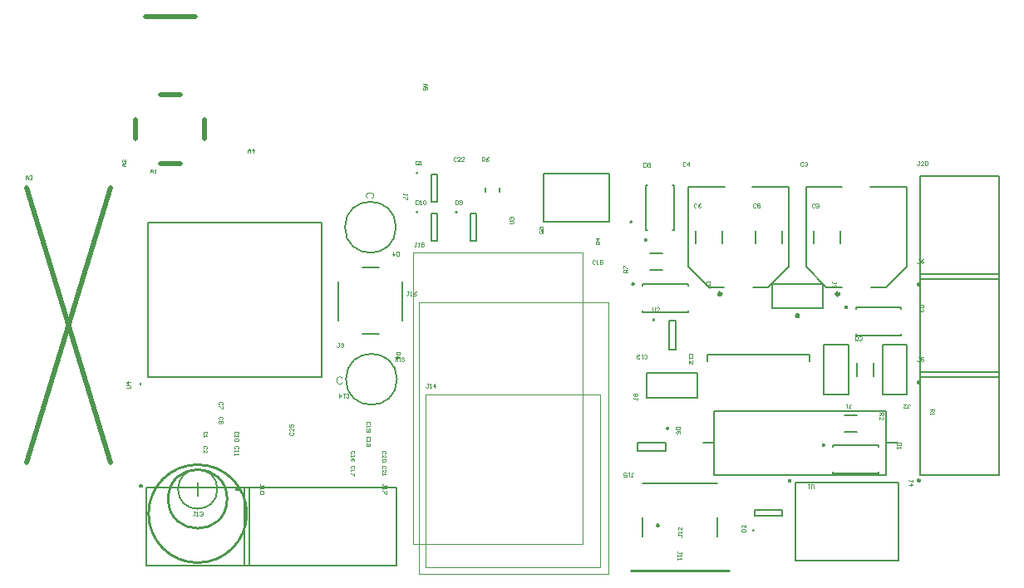
<source format=gto>
%FSLAX44Y44*%
%MOMM*%
G71*
G01*
G75*
G04 Layer_Color=65535*
G04:AMPARAMS|DCode=10|XSize=0.7mm|YSize=2.5mm|CornerRadius=0.175mm|HoleSize=0mm|Usage=FLASHONLY|Rotation=0.000|XOffset=0mm|YOffset=0mm|HoleType=Round|Shape=RoundedRectangle|*
%AMROUNDEDRECTD10*
21,1,0.7000,2.1500,0,0,0.0*
21,1,0.3500,2.5000,0,0,0.0*
1,1,0.3500,0.1750,-1.0750*
1,1,0.3500,-0.1750,-1.0750*
1,1,0.3500,-0.1750,1.0750*
1,1,0.3500,0.1750,1.0750*
%
%ADD10ROUNDEDRECTD10*%
G04:AMPARAMS|DCode=11|XSize=2.5mm|YSize=2.5mm|CornerRadius=0.625mm|HoleSize=0mm|Usage=FLASHONLY|Rotation=0.000|XOffset=0mm|YOffset=0mm|HoleType=Round|Shape=RoundedRectangle|*
%AMROUNDEDRECTD11*
21,1,2.5000,1.2500,0,0,0.0*
21,1,1.2500,2.5000,0,0,0.0*
1,1,1.2500,0.6250,-0.6250*
1,1,1.2500,-0.6250,-0.6250*
1,1,1.2500,-0.6250,0.6250*
1,1,1.2500,0.6250,0.6250*
%
%ADD11ROUNDEDRECTD11*%
G04:AMPARAMS|DCode=12|XSize=0.7mm|YSize=2.5mm|CornerRadius=0.175mm|HoleSize=0mm|Usage=FLASHONLY|Rotation=270.000|XOffset=0mm|YOffset=0mm|HoleType=Round|Shape=RoundedRectangle|*
%AMROUNDEDRECTD12*
21,1,0.7000,2.1500,0,0,270.0*
21,1,0.3500,2.5000,0,0,270.0*
1,1,0.3500,-1.0750,-0.1750*
1,1,0.3500,-1.0750,0.1750*
1,1,0.3500,1.0750,0.1750*
1,1,0.3500,1.0750,-0.1750*
%
%ADD12ROUNDEDRECTD12*%
G04:AMPARAMS|DCode=13|XSize=0.8mm|YSize=1mm|CornerRadius=0.2mm|HoleSize=0mm|Usage=FLASHONLY|Rotation=180.000|XOffset=0mm|YOffset=0mm|HoleType=Round|Shape=RoundedRectangle|*
%AMROUNDEDRECTD13*
21,1,0.8000,0.6000,0,0,180.0*
21,1,0.4000,1.0000,0,0,180.0*
1,1,0.4000,-0.2000,0.3000*
1,1,0.4000,0.2000,0.3000*
1,1,0.4000,0.2000,-0.3000*
1,1,0.4000,-0.2000,-0.3000*
%
%ADD13ROUNDEDRECTD13*%
G04:AMPARAMS|DCode=14|XSize=1mm|YSize=2mm|CornerRadius=0.25mm|HoleSize=0mm|Usage=FLASHONLY|Rotation=180.000|XOffset=0mm|YOffset=0mm|HoleType=Round|Shape=RoundedRectangle|*
%AMROUNDEDRECTD14*
21,1,1.0000,1.5000,0,0,180.0*
21,1,0.5000,2.0000,0,0,180.0*
1,1,0.5000,-0.2500,0.7500*
1,1,0.5000,0.2500,0.7500*
1,1,0.5000,0.2500,-0.7500*
1,1,0.5000,-0.2500,-0.7500*
%
%ADD14ROUNDEDRECTD14*%
G04:AMPARAMS|DCode=15|XSize=4.1mm|YSize=2.1mm|CornerRadius=0.1995mm|HoleSize=0mm|Usage=FLASHONLY|Rotation=90.000|XOffset=0mm|YOffset=0mm|HoleType=Round|Shape=RoundedRectangle|*
%AMROUNDEDRECTD15*
21,1,4.1000,1.7010,0,0,90.0*
21,1,3.7010,2.1000,0,0,90.0*
1,1,0.3990,0.8505,1.8505*
1,1,0.3990,0.8505,-1.8505*
1,1,0.3990,-0.8505,-1.8505*
1,1,0.3990,-0.8505,1.8505*
%
%ADD15ROUNDEDRECTD15*%
G04:AMPARAMS|DCode=16|XSize=3.95mm|YSize=1.2mm|CornerRadius=0.198mm|HoleSize=0mm|Usage=FLASHONLY|Rotation=270.000|XOffset=0mm|YOffset=0mm|HoleType=Round|Shape=RoundedRectangle|*
%AMROUNDEDRECTD16*
21,1,3.9500,0.8040,0,0,270.0*
21,1,3.5540,1.2000,0,0,270.0*
1,1,0.3960,-0.4020,-1.7770*
1,1,0.3960,-0.4020,1.7770*
1,1,0.3960,0.4020,1.7770*
1,1,0.3960,0.4020,-1.7770*
%
%ADD16ROUNDEDRECTD16*%
G04:AMPARAMS|DCode=17|XSize=11.3mm|YSize=10.75mm|CornerRadius=0.215mm|HoleSize=0mm|Usage=FLASHONLY|Rotation=270.000|XOffset=0mm|YOffset=0mm|HoleType=Round|Shape=RoundedRectangle|*
%AMROUNDEDRECTD17*
21,1,11.3000,10.3200,0,0,270.0*
21,1,10.8700,10.7500,0,0,270.0*
1,1,0.4300,-5.1600,-5.4350*
1,1,0.4300,-5.1600,5.4350*
1,1,0.4300,5.1600,5.4350*
1,1,0.4300,5.1600,-5.4350*
%
%ADD17ROUNDEDRECTD17*%
G04:AMPARAMS|DCode=18|XSize=1.1mm|YSize=0.7mm|CornerRadius=0.2345mm|HoleSize=0mm|Usage=FLASHONLY|Rotation=270.000|XOffset=0mm|YOffset=0mm|HoleType=Round|Shape=RoundedRectangle|*
%AMROUNDEDRECTD18*
21,1,1.1000,0.2310,0,0,270.0*
21,1,0.6310,0.7000,0,0,270.0*
1,1,0.4690,-0.1155,-0.3155*
1,1,0.4690,-0.1155,0.3155*
1,1,0.4690,0.1155,0.3155*
1,1,0.4690,0.1155,-0.3155*
%
%ADD18ROUNDEDRECTD18*%
G04:AMPARAMS|DCode=19|XSize=1.1mm|YSize=0.6mm|CornerRadius=0.201mm|HoleSize=0mm|Usage=FLASHONLY|Rotation=270.000|XOffset=0mm|YOffset=0mm|HoleType=Round|Shape=RoundedRectangle|*
%AMROUNDEDRECTD19*
21,1,1.1000,0.1980,0,0,270.0*
21,1,0.6980,0.6000,0,0,270.0*
1,1,0.4020,-0.0990,-0.3490*
1,1,0.4020,-0.0990,0.3490*
1,1,0.4020,0.0990,0.3490*
1,1,0.4020,0.0990,-0.3490*
%
%ADD19ROUNDEDRECTD19*%
G04:AMPARAMS|DCode=20|XSize=1.05mm|YSize=0.65mm|CornerRadius=0.2015mm|HoleSize=0mm|Usage=FLASHONLY|Rotation=90.000|XOffset=0mm|YOffset=0mm|HoleType=Round|Shape=RoundedRectangle|*
%AMROUNDEDRECTD20*
21,1,1.0500,0.2470,0,0,90.0*
21,1,0.6470,0.6500,0,0,90.0*
1,1,0.4030,0.1235,0.3235*
1,1,0.4030,0.1235,-0.3235*
1,1,0.4030,-0.1235,-0.3235*
1,1,0.4030,-0.1235,0.3235*
%
%ADD20ROUNDEDRECTD20*%
G04:AMPARAMS|DCode=21|XSize=1.75mm|YSize=1.05mm|CornerRadius=0.1995mm|HoleSize=0mm|Usage=FLASHONLY|Rotation=180.000|XOffset=0mm|YOffset=0mm|HoleType=Round|Shape=RoundedRectangle|*
%AMROUNDEDRECTD21*
21,1,1.7500,0.6510,0,0,180.0*
21,1,1.3510,1.0500,0,0,180.0*
1,1,0.3990,-0.6755,0.3255*
1,1,0.3990,0.6755,0.3255*
1,1,0.3990,0.6755,-0.3255*
1,1,0.3990,-0.6755,-0.3255*
%
%ADD21ROUNDEDRECTD21*%
G04:AMPARAMS|DCode=22|XSize=1.75mm|YSize=1.05mm|CornerRadius=0.1995mm|HoleSize=0mm|Usage=FLASHONLY|Rotation=90.000|XOffset=0mm|YOffset=0mm|HoleType=Round|Shape=RoundedRectangle|*
%AMROUNDEDRECTD22*
21,1,1.7500,0.6510,0,0,90.0*
21,1,1.3510,1.0500,0,0,90.0*
1,1,0.3990,0.3255,0.6755*
1,1,0.3990,0.3255,-0.6755*
1,1,0.3990,-0.3255,-0.6755*
1,1,0.3990,-0.3255,0.6755*
%
%ADD22ROUNDEDRECTD22*%
G04:AMPARAMS|DCode=23|XSize=2.7mm|YSize=1.2mm|CornerRadius=0.21mm|HoleSize=0mm|Usage=FLASHONLY|Rotation=180.000|XOffset=0mm|YOffset=0mm|HoleType=Round|Shape=RoundedRectangle|*
%AMROUNDEDRECTD23*
21,1,2.7000,0.7800,0,0,180.0*
21,1,2.2800,1.2000,0,0,180.0*
1,1,0.4200,-1.1400,0.3900*
1,1,0.4200,1.1400,0.3900*
1,1,0.4200,1.1400,-0.3900*
1,1,0.4200,-1.1400,-0.3900*
%
%ADD23ROUNDEDRECTD23*%
G04:AMPARAMS|DCode=24|XSize=2.5mm|YSize=1.7mm|CornerRadius=0.204mm|HoleSize=0mm|Usage=FLASHONLY|Rotation=0.000|XOffset=0mm|YOffset=0mm|HoleType=Round|Shape=RoundedRectangle|*
%AMROUNDEDRECTD24*
21,1,2.5000,1.2920,0,0,0.0*
21,1,2.0920,1.7000,0,0,0.0*
1,1,0.4080,1.0460,-0.6460*
1,1,0.4080,-1.0460,-0.6460*
1,1,0.4080,-1.0460,0.6460*
1,1,0.4080,1.0460,0.6460*
%
%ADD24ROUNDEDRECTD24*%
G04:AMPARAMS|DCode=25|XSize=1.2mm|YSize=1.2mm|CornerRadius=0.198mm|HoleSize=0mm|Usage=FLASHONLY|Rotation=270.000|XOffset=0mm|YOffset=0mm|HoleType=Round|Shape=RoundedRectangle|*
%AMROUNDEDRECTD25*
21,1,1.2000,0.8040,0,0,270.0*
21,1,0.8040,1.2000,0,0,270.0*
1,1,0.3960,-0.4020,-0.4020*
1,1,0.3960,-0.4020,0.4020*
1,1,0.3960,0.4020,0.4020*
1,1,0.3960,0.4020,-0.4020*
%
%ADD25ROUNDEDRECTD25*%
G04:AMPARAMS|DCode=26|XSize=1.2mm|YSize=1.2mm|CornerRadius=0.198mm|HoleSize=0mm|Usage=FLASHONLY|Rotation=0.000|XOffset=0mm|YOffset=0mm|HoleType=Round|Shape=RoundedRectangle|*
%AMROUNDEDRECTD26*
21,1,1.2000,0.8040,0,0,0.0*
21,1,0.8040,1.2000,0,0,0.0*
1,1,0.3960,0.4020,-0.4020*
1,1,0.3960,-0.4020,-0.4020*
1,1,0.3960,-0.4020,0.4020*
1,1,0.3960,0.4020,0.4020*
%
%ADD26ROUNDEDRECTD26*%
G04:AMPARAMS|DCode=27|XSize=2.5mm|YSize=2mm|CornerRadius=0.2mm|HoleSize=0mm|Usage=FLASHONLY|Rotation=90.000|XOffset=0mm|YOffset=0mm|HoleType=Round|Shape=RoundedRectangle|*
%AMROUNDEDRECTD27*
21,1,2.5000,1.6000,0,0,90.0*
21,1,2.1000,2.0000,0,0,90.0*
1,1,0.4000,0.8000,1.0500*
1,1,0.4000,0.8000,-1.0500*
1,1,0.4000,-0.8000,-1.0500*
1,1,0.4000,-0.8000,1.0500*
%
%ADD27ROUNDEDRECTD27*%
G04:AMPARAMS|DCode=28|XSize=2.3mm|YSize=0.5mm|CornerRadius=0.2mm|HoleSize=0mm|Usage=FLASHONLY|Rotation=90.000|XOffset=0mm|YOffset=0mm|HoleType=Round|Shape=RoundedRectangle|*
%AMROUNDEDRECTD28*
21,1,2.3000,0.1000,0,0,90.0*
21,1,1.9000,0.5000,0,0,90.0*
1,1,0.4000,0.0500,0.9500*
1,1,0.4000,0.0500,-0.9500*
1,1,0.4000,-0.0500,-0.9500*
1,1,0.4000,-0.0500,0.9500*
%
%ADD28ROUNDEDRECTD28*%
G04:AMPARAMS|DCode=29|XSize=1mm|YSize=0.95mm|CornerRadius=0.1995mm|HoleSize=0mm|Usage=FLASHONLY|Rotation=90.000|XOffset=0mm|YOffset=0mm|HoleType=Round|Shape=RoundedRectangle|*
%AMROUNDEDRECTD29*
21,1,1.0000,0.5510,0,0,90.0*
21,1,0.6010,0.9500,0,0,90.0*
1,1,0.3990,0.2755,0.3005*
1,1,0.3990,0.2755,-0.3005*
1,1,0.3990,-0.2755,-0.3005*
1,1,0.3990,-0.2755,0.3005*
%
%ADD29ROUNDEDRECTD29*%
G04:AMPARAMS|DCode=30|XSize=1.1mm|YSize=0.6mm|CornerRadius=0.201mm|HoleSize=0mm|Usage=FLASHONLY|Rotation=0.000|XOffset=0mm|YOffset=0mm|HoleType=Round|Shape=RoundedRectangle|*
%AMROUNDEDRECTD30*
21,1,1.1000,0.1980,0,0,0.0*
21,1,0.6980,0.6000,0,0,0.0*
1,1,0.4020,0.3490,-0.0990*
1,1,0.4020,-0.3490,-0.0990*
1,1,0.4020,-0.3490,0.0990*
1,1,0.4020,0.3490,0.0990*
%
%ADD30ROUNDEDRECTD30*%
G04:AMPARAMS|DCode=31|XSize=1mm|YSize=0.95mm|CornerRadius=0.1995mm|HoleSize=0mm|Usage=FLASHONLY|Rotation=0.000|XOffset=0mm|YOffset=0mm|HoleType=Round|Shape=RoundedRectangle|*
%AMROUNDEDRECTD31*
21,1,1.0000,0.5510,0,0,0.0*
21,1,0.6010,0.9500,0,0,0.0*
1,1,0.3990,0.3005,-0.2755*
1,1,0.3990,-0.3005,-0.2755*
1,1,0.3990,-0.3005,0.2755*
1,1,0.3990,0.3005,0.2755*
%
%ADD31ROUNDEDRECTD31*%
%ADD32O,2.5000X0.7000*%
%ADD33O,0.7000X2.5000*%
G04:AMPARAMS|DCode=34|XSize=1.6mm|YSize=1.3mm|CornerRadius=0.2015mm|HoleSize=0mm|Usage=FLASHONLY|Rotation=270.000|XOffset=0mm|YOffset=0mm|HoleType=Round|Shape=RoundedRectangle|*
%AMROUNDEDRECTD34*
21,1,1.6000,0.8970,0,0,270.0*
21,1,1.1970,1.3000,0,0,270.0*
1,1,0.4030,-0.4485,-0.5985*
1,1,0.4030,-0.4485,0.5985*
1,1,0.4030,0.4485,0.5985*
1,1,0.4030,0.4485,-0.5985*
%
%ADD34ROUNDEDRECTD34*%
G04:AMPARAMS|DCode=35|XSize=2.5mm|YSize=1.15mm|CornerRadius=0.3852mm|HoleSize=0mm|Usage=FLASHONLY|Rotation=90.000|XOffset=0mm|YOffset=0mm|HoleType=Round|Shape=RoundedRectangle|*
%AMROUNDEDRECTD35*
21,1,2.5000,0.3795,0,0,90.0*
21,1,1.7295,1.1500,0,0,90.0*
1,1,0.7705,0.1898,0.8648*
1,1,0.7705,0.1898,-0.8648*
1,1,0.7705,-0.1898,-0.8648*
1,1,0.7705,-0.1898,0.8648*
%
%ADD35ROUNDEDRECTD35*%
G04:AMPARAMS|DCode=36|XSize=1.3mm|YSize=1mm|CornerRadius=0.25mm|HoleSize=0mm|Usage=FLASHONLY|Rotation=90.000|XOffset=0mm|YOffset=0mm|HoleType=Round|Shape=RoundedRectangle|*
%AMROUNDEDRECTD36*
21,1,1.3000,0.5000,0,0,90.0*
21,1,0.8000,1.0000,0,0,90.0*
1,1,0.5000,0.2500,0.4000*
1,1,0.5000,0.2500,-0.4000*
1,1,0.5000,-0.2500,-0.4000*
1,1,0.5000,-0.2500,0.4000*
%
%ADD36ROUNDEDRECTD36*%
G04:AMPARAMS|DCode=37|XSize=2.35mm|YSize=1.15mm|CornerRadius=0.3852mm|HoleSize=0mm|Usage=FLASHONLY|Rotation=90.000|XOffset=0mm|YOffset=0mm|HoleType=Round|Shape=RoundedRectangle|*
%AMROUNDEDRECTD37*
21,1,2.3500,0.3795,0,0,90.0*
21,1,1.5795,1.1500,0,0,90.0*
1,1,0.7705,0.1898,0.7897*
1,1,0.7705,0.1898,-0.7897*
1,1,0.7705,-0.1898,-0.7897*
1,1,0.7705,-0.1898,0.7897*
%
%ADD37ROUNDEDRECTD37*%
%ADD38R,0.4000X1.4000*%
G04:AMPARAMS|DCode=39|XSize=1.8mm|YSize=1.9mm|CornerRadius=0.45mm|HoleSize=0mm|Usage=FLASHONLY|Rotation=0.000|XOffset=0mm|YOffset=0mm|HoleType=Round|Shape=RoundedRectangle|*
%AMROUNDEDRECTD39*
21,1,1.8000,1.0000,0,0,0.0*
21,1,0.9000,1.9000,0,0,0.0*
1,1,0.9000,0.4500,-0.5000*
1,1,0.9000,-0.4500,-0.5000*
1,1,0.9000,-0.4500,0.5000*
1,1,0.9000,0.4500,0.5000*
%
%ADD39ROUNDEDRECTD39*%
G04:AMPARAMS|DCode=40|XSize=2.5mm|YSize=1.7mm|CornerRadius=0.204mm|HoleSize=0mm|Usage=FLASHONLY|Rotation=90.000|XOffset=0mm|YOffset=0mm|HoleType=Round|Shape=RoundedRectangle|*
%AMROUNDEDRECTD40*
21,1,2.5000,1.2920,0,0,90.0*
21,1,2.0920,1.7000,0,0,90.0*
1,1,0.4080,0.6460,1.0460*
1,1,0.4080,0.6460,-1.0460*
1,1,0.4080,-0.6460,-1.0460*
1,1,0.4080,-0.6460,1.0460*
%
%ADD40ROUNDEDRECTD40*%
G04:AMPARAMS|DCode=41|XSize=1.8mm|YSize=1.7mm|CornerRadius=0.204mm|HoleSize=0mm|Usage=FLASHONLY|Rotation=180.000|XOffset=0mm|YOffset=0mm|HoleType=Round|Shape=RoundedRectangle|*
%AMROUNDEDRECTD41*
21,1,1.8000,1.2920,0,0,180.0*
21,1,1.3920,1.7000,0,0,180.0*
1,1,0.4080,-0.6960,0.6460*
1,1,0.4080,0.6960,0.6460*
1,1,0.4080,0.6960,-0.6460*
1,1,0.4080,-0.6960,-0.6460*
%
%ADD41ROUNDEDRECTD41*%
G04:AMPARAMS|DCode=42|XSize=1mm|YSize=1.2mm|CornerRadius=0.165mm|HoleSize=0mm|Usage=FLASHONLY|Rotation=0.000|XOffset=0mm|YOffset=0mm|HoleType=Round|Shape=RoundedRectangle|*
%AMROUNDEDRECTD42*
21,1,1.0000,0.8700,0,0,0.0*
21,1,0.6700,1.2000,0,0,0.0*
1,1,0.3300,0.3350,-0.4350*
1,1,0.3300,-0.3350,-0.4350*
1,1,0.3300,-0.3350,0.4350*
1,1,0.3300,0.3350,0.4350*
%
%ADD42ROUNDEDRECTD42*%
G04:AMPARAMS|DCode=43|XSize=3mm|YSize=2mm|CornerRadius=0.67mm|HoleSize=0mm|Usage=FLASHONLY|Rotation=90.000|XOffset=0mm|YOffset=0mm|HoleType=Round|Shape=RoundedRectangle|*
%AMROUNDEDRECTD43*
21,1,3.0000,0.6600,0,0,90.0*
21,1,1.6600,2.0000,0,0,90.0*
1,1,1.3400,0.3300,0.8300*
1,1,1.3400,0.3300,-0.8300*
1,1,1.3400,-0.3300,-0.8300*
1,1,1.3400,-0.3300,0.8300*
%
%ADD43ROUNDEDRECTD43*%
G04:AMPARAMS|DCode=44|XSize=2.3mm|YSize=0.9mm|CornerRadius=0.225mm|HoleSize=0mm|Usage=FLASHONLY|Rotation=90.000|XOffset=0mm|YOffset=0mm|HoleType=Round|Shape=RoundedRectangle|*
%AMROUNDEDRECTD44*
21,1,2.3000,0.4500,0,0,90.0*
21,1,1.8500,0.9000,0,0,90.0*
1,1,0.4500,0.2250,0.9250*
1,1,0.4500,0.2250,-0.9250*
1,1,0.4500,-0.2250,-0.9250*
1,1,0.4500,-0.2250,0.9250*
%
%ADD44ROUNDEDRECTD44*%
G04:AMPARAMS|DCode=45|XSize=1.2mm|YSize=2mm|CornerRadius=0.3mm|HoleSize=0mm|Usage=FLASHONLY|Rotation=180.000|XOffset=0mm|YOffset=0mm|HoleType=Round|Shape=RoundedRectangle|*
%AMROUNDEDRECTD45*
21,1,1.2000,1.4000,0,0,180.0*
21,1,0.6000,2.0000,0,0,180.0*
1,1,0.6000,-0.3000,0.7000*
1,1,0.6000,0.3000,0.7000*
1,1,0.6000,0.3000,-0.7000*
1,1,0.6000,-0.3000,-0.7000*
%
%ADD45ROUNDEDRECTD45*%
G04:AMPARAMS|DCode=46|XSize=1.05mm|YSize=0.65mm|CornerRadius=0.2015mm|HoleSize=0mm|Usage=FLASHONLY|Rotation=0.000|XOffset=0mm|YOffset=0mm|HoleType=Round|Shape=RoundedRectangle|*
%AMROUNDEDRECTD46*
21,1,1.0500,0.2470,0,0,0.0*
21,1,0.6470,0.6500,0,0,0.0*
1,1,0.4030,0.3235,-0.1235*
1,1,0.4030,-0.3235,-0.1235*
1,1,0.4030,-0.3235,0.1235*
1,1,0.4030,0.3235,0.1235*
%
%ADD46ROUNDEDRECTD46*%
G04:AMPARAMS|DCode=47|XSize=1mm|YSize=0.9mm|CornerRadius=0.198mm|HoleSize=0mm|Usage=FLASHONLY|Rotation=270.000|XOffset=0mm|YOffset=0mm|HoleType=Round|Shape=RoundedRectangle|*
%AMROUNDEDRECTD47*
21,1,1.0000,0.5040,0,0,270.0*
21,1,0.6040,0.9000,0,0,270.0*
1,1,0.3960,-0.2520,-0.3020*
1,1,0.3960,-0.2520,0.3020*
1,1,0.3960,0.2520,0.3020*
1,1,0.3960,0.2520,-0.3020*
%
%ADD47ROUNDEDRECTD47*%
G04:AMPARAMS|DCode=48|XSize=1.45mm|YSize=0.95mm|CornerRadius=0.1995mm|HoleSize=0mm|Usage=FLASHONLY|Rotation=180.000|XOffset=0mm|YOffset=0mm|HoleType=Round|Shape=RoundedRectangle|*
%AMROUNDEDRECTD48*
21,1,1.4500,0.5510,0,0,180.0*
21,1,1.0510,0.9500,0,0,180.0*
1,1,0.3990,-0.5255,0.2755*
1,1,0.3990,0.5255,0.2755*
1,1,0.3990,0.5255,-0.2755*
1,1,0.3990,-0.5255,-0.2755*
%
%ADD48ROUNDEDRECTD48*%
G04:AMPARAMS|DCode=49|XSize=1.45mm|YSize=1.15mm|CornerRadius=0.2013mm|HoleSize=0mm|Usage=FLASHONLY|Rotation=180.000|XOffset=0mm|YOffset=0mm|HoleType=Round|Shape=RoundedRectangle|*
%AMROUNDEDRECTD49*
21,1,1.4500,0.7475,0,0,180.0*
21,1,1.0475,1.1500,0,0,180.0*
1,1,0.4025,-0.5238,0.3738*
1,1,0.4025,0.5238,0.3738*
1,1,0.4025,0.5238,-0.3738*
1,1,0.4025,-0.5238,-0.3738*
%
%ADD49ROUNDEDRECTD49*%
%ADD50C,0.3500*%
%ADD51C,0.4000*%
%ADD52C,0.5000*%
%ADD53C,0.7000*%
%ADD54C,0.2500*%
%ADD55C,2.2000*%
%ADD56C,7.0000*%
%ADD57C,2.5000*%
%ADD58C,1.8000*%
%ADD59C,1.8500*%
%ADD60C,1.6000*%
G04:AMPARAMS|DCode=61|XSize=1.6mm|YSize=1.6mm|CornerRadius=0.2mm|HoleSize=0mm|Usage=FLASHONLY|Rotation=270.000|XOffset=0mm|YOffset=0mm|HoleType=Round|Shape=RoundedRectangle|*
%AMROUNDEDRECTD61*
21,1,1.6000,1.2000,0,0,270.0*
21,1,1.2000,1.6000,0,0,270.0*
1,1,0.4000,-0.6000,-0.6000*
1,1,0.4000,-0.6000,0.6000*
1,1,0.4000,0.6000,0.6000*
1,1,0.4000,0.6000,-0.6000*
%
%ADD61ROUNDEDRECTD61*%
G04:AMPARAMS|DCode=62|XSize=1.6mm|YSize=1.6mm|CornerRadius=0.2mm|HoleSize=0mm|Usage=FLASHONLY|Rotation=0.000|XOffset=0mm|YOffset=0mm|HoleType=Round|Shape=RoundedRectangle|*
%AMROUNDEDRECTD62*
21,1,1.6000,1.2000,0,0,0.0*
21,1,1.2000,1.6000,0,0,0.0*
1,1,0.4000,0.6000,-0.6000*
1,1,0.4000,-0.6000,-0.6000*
1,1,0.4000,-0.6000,0.6000*
1,1,0.4000,0.6000,0.6000*
%
%ADD62ROUNDEDRECTD62*%
%ADD63C,0.5000*%
%ADD64R,1.8500X1.8500*%
%ADD65R,1.3000X1.3000*%
%ADD66C,1.3000*%
G04:AMPARAMS|DCode=67|XSize=1.15mm|YSize=2.1mm|CornerRadius=0.2875mm|HoleSize=0mm|Usage=FLASHONLY|Rotation=0.000|XOffset=0mm|YOffset=0mm|HoleType=Round|Shape=RoundedRectangle|*
%AMROUNDEDRECTD67*
21,1,1.1500,1.5250,0,0,0.0*
21,1,0.5750,2.1000,0,0,0.0*
1,1,0.5750,0.2875,-0.7625*
1,1,0.5750,-0.2875,-0.7625*
1,1,0.5750,-0.2875,0.7625*
1,1,0.5750,0.2875,0.7625*
%
%ADD67ROUNDEDRECTD67*%
%ADD68C,0.7000*%
%ADD69C,1.2000*%
G04:AMPARAMS|DCode=70|XSize=0.7mm|YSize=0.7mm|CornerRadius=0.175mm|HoleSize=0mm|Usage=FLASHONLY|Rotation=0.000|XOffset=0mm|YOffset=0mm|HoleType=Round|Shape=RoundedRectangle|*
%AMROUNDEDRECTD70*
21,1,0.7000,0.3500,0,0,0.0*
21,1,0.3500,0.7000,0,0,0.0*
1,1,0.3500,0.1750,-0.1750*
1,1,0.3500,-0.1750,-0.1750*
1,1,0.3500,-0.1750,0.1750*
1,1,0.3500,0.1750,0.1750*
%
%ADD70ROUNDEDRECTD70*%
G04:AMPARAMS|DCode=71|XSize=1mm|YSize=1mm|CornerRadius=0.25mm|HoleSize=0mm|Usage=FLASHONLY|Rotation=90.000|XOffset=0mm|YOffset=0mm|HoleType=Round|Shape=RoundedRectangle|*
%AMROUNDEDRECTD71*
21,1,1.0000,0.5000,0,0,90.0*
21,1,0.5000,1.0000,0,0,90.0*
1,1,0.5000,0.2500,0.2500*
1,1,0.5000,0.2500,-0.2500*
1,1,0.5000,-0.2500,-0.2500*
1,1,0.5000,-0.2500,0.2500*
%
%ADD71ROUNDEDRECTD71*%
%ADD72C,0.3000*%
%ADD73C,0.2000*%
%ADD74C,0.2540*%
%ADD75C,0.1500*%
%ADD76C,0.1000*%
%ADD77C,0.0750*%
G36*
X817279Y129906D02*
X817881Y129504D01*
X818283Y128902D01*
X818425Y128192D01*
X818283Y127482D01*
X817881Y126880D01*
X817279Y126478D01*
X816569Y126336D01*
X815859Y126478D01*
X815257Y126880D01*
X814855Y127482D01*
X814713Y128192D01*
X814855Y128902D01*
X815257Y129504D01*
X815859Y129906D01*
X816569Y130048D01*
X817279Y129906D01*
D02*
G37*
G36*
X658898Y146148D02*
X659374Y145000D01*
X658898Y143852D01*
X657750Y143376D01*
X656602Y143852D01*
X656126Y145000D01*
X656602Y146148D01*
X657750Y146624D01*
X658898Y146148D01*
D02*
G37*
G36*
X121639Y191034D02*
X121993Y190178D01*
X121639Y189322D01*
X120783Y188968D01*
X119927Y189322D01*
X119573Y190178D01*
X119927Y191034D01*
X120783Y191388D01*
X121639Y191034D01*
D02*
G37*
G36*
X914280Y93884D02*
X914942Y93442D01*
X915384Y92780D01*
X915539Y92000D01*
X915384Y91220D01*
X914942Y90558D01*
X914280Y90116D01*
X913500Y89961D01*
X912720Y90116D01*
X912058Y90558D01*
X911616Y91220D01*
X911461Y92000D01*
X911616Y92780D01*
X912058Y93442D01*
X912720Y93884D01*
X913500Y94039D01*
X914280Y93884D01*
D02*
G37*
G36*
X220280Y84884D02*
X220942Y84442D01*
X221384Y83780D01*
X221539Y83000D01*
X221384Y82220D01*
X220942Y81558D01*
X220280Y81116D01*
X219500Y80961D01*
X218720Y81116D01*
X218058Y81558D01*
X217616Y82220D01*
X217461Y83000D01*
X217616Y83780D01*
X218058Y84442D01*
X218720Y84884D01*
X219500Y85039D01*
X220280Y84884D01*
D02*
G37*
G36*
X121780Y88384D02*
X122442Y87942D01*
X122884Y87280D01*
X123039Y86500D01*
X122884Y85720D01*
X122442Y85058D01*
X121780Y84616D01*
X121000Y84461D01*
X120220Y84616D01*
X119558Y85058D01*
X119116Y85720D01*
X118961Y86500D01*
X119116Y87280D01*
X119558Y87942D01*
X120220Y88384D01*
X121000Y88539D01*
X121780Y88384D01*
D02*
G37*
G36*
X782781Y93384D02*
X783442Y92942D01*
X783884Y92280D01*
X784039Y91500D01*
X783884Y90720D01*
X783442Y90058D01*
X782781Y89616D01*
X782000Y89461D01*
X781220Y89616D01*
X780558Y90058D01*
X780116Y90720D01*
X779961Y91500D01*
X780116Y92280D01*
X780558Y92942D01*
X781220Y93384D01*
X782000Y93539D01*
X782781Y93384D01*
D02*
G37*
G36*
X914280Y293884D02*
X914942Y293442D01*
X915384Y292780D01*
X915539Y292000D01*
X915384Y291220D01*
X914942Y290558D01*
X914280Y290116D01*
X913500Y289961D01*
X912720Y290116D01*
X912058Y290558D01*
X911616Y291220D01*
X911461Y292000D01*
X911616Y292780D01*
X912058Y293442D01*
X912720Y293884D01*
X913500Y294039D01*
X914280Y293884D01*
D02*
G37*
G36*
X623260Y294030D02*
X623862Y293628D01*
X624265Y293026D01*
X624406Y292316D01*
X624265Y291605D01*
X623862Y291003D01*
X623260Y290601D01*
X622550Y290460D01*
X621840Y290601D01*
X621238Y291003D01*
X620836Y291605D01*
X620695Y292316D01*
X620836Y293026D01*
X621238Y293628D01*
X621840Y294030D01*
X622550Y294171D01*
X623260Y294030D01*
D02*
G37*
G36*
X636018Y338921D02*
X636620Y338518D01*
X637022Y337916D01*
X637164Y337206D01*
X637022Y336496D01*
X636620Y335894D01*
X636018Y335492D01*
X635308Y335351D01*
X634598Y335492D01*
X633996Y335894D01*
X633594Y336496D01*
X633452Y337206D01*
X633594Y337916D01*
X633996Y338518D01*
X634598Y338921D01*
X635308Y339062D01*
X636018Y338921D01*
D02*
G37*
G36*
X840279Y270406D02*
X840882Y270004D01*
X841284Y269402D01*
X841425Y268692D01*
X841284Y267982D01*
X840882Y267380D01*
X840279Y266978D01*
X839569Y266836D01*
X838859Y266978D01*
X838257Y267380D01*
X837855Y267982D01*
X837714Y268692D01*
X837855Y269402D01*
X838257Y270004D01*
X838859Y270406D01*
X839569Y270548D01*
X840279Y270406D01*
D02*
G37*
G36*
X914281Y193884D02*
X914942Y193442D01*
X915384Y192781D01*
X915539Y192000D01*
X915384Y191220D01*
X914942Y190558D01*
X914281Y190117D01*
X913500Y189961D01*
X912720Y190117D01*
X912058Y190558D01*
X911616Y191220D01*
X911461Y192000D01*
X911616Y192781D01*
X912058Y193442D01*
X912720Y193884D01*
X913500Y194040D01*
X914281Y193884D01*
D02*
G37*
G36*
X644648Y256898D02*
X645124Y255750D01*
X644648Y254602D01*
X643500Y254126D01*
X642352Y254602D01*
X641876Y255750D01*
X642352Y256898D01*
X643500Y257374D01*
X644648Y256898D01*
D02*
G37*
G36*
X790975Y262355D02*
X791803Y261802D01*
X792355Y260975D01*
X792549Y260000D01*
X792355Y259025D01*
X791803Y258198D01*
X790975Y257645D01*
X790000Y257451D01*
X789025Y257645D01*
X788198Y258198D01*
X787645Y259025D01*
X787451Y260000D01*
X787645Y260975D01*
X788198Y261802D01*
X789025Y262355D01*
X790000Y262549D01*
X790975Y262355D01*
D02*
G37*
D52*
X5000Y110000D02*
X90000Y390000D01*
X5000D02*
X90000Y110000D01*
X141000Y415000D02*
X161000D01*
X186000Y440000D02*
Y460000D01*
X116000Y440000D02*
Y460000D01*
X141000Y485000D02*
X161000D01*
X151000Y565000D02*
X176400D01*
X126000D02*
X176400D01*
D54*
X648780Y46000D02*
G03*
X648780Y46000I-1031J0D01*
G01*
D72*
X712420Y282008D02*
G03*
X712420Y282008I-1511J0D01*
G01*
X832420D02*
G03*
X832420Y282008I-1511J0D01*
G01*
D73*
X745707Y40999D02*
G03*
X745707Y40999I-707J0D01*
G01*
X381000Y350000D02*
G03*
X381000Y350000I-26000J0D01*
G01*
X382000Y195000D02*
G03*
X382000Y195000I-26000J0D01*
G01*
X621389Y355382D02*
G03*
X621389Y355382I-983J0D01*
G01*
X199000Y83000D02*
G03*
X199000Y83000I-20000J0D01*
G01*
X403207Y405500D02*
G03*
X403207Y405500I-707J0D01*
G01*
Y365500D02*
G03*
X403207Y365500I-707J0D01*
G01*
X443207D02*
G03*
X443207Y365500I-707J0D01*
G01*
X226500Y5000D02*
Y85000D01*
Y5000D02*
X381500D01*
Y85000D01*
X226500D02*
X381500D01*
X693750Y130250D02*
X705250D01*
X880250D02*
X891750D01*
X705250Y97750D02*
Y162750D01*
Y97750D02*
X880250D01*
Y162750D01*
X705250D02*
X880250D01*
X744302Y391500D02*
X781500D01*
Y310000D02*
Y391500D01*
X759993Y288493D02*
X781500Y310000D01*
X744602Y288493D02*
X759993D01*
X678500Y391500D02*
X715698D01*
X678500Y309500D02*
Y391500D01*
Y309500D02*
X699507Y288493D01*
X715398D01*
X864302Y391500D02*
X901500D01*
Y310000D02*
Y391500D01*
X879993Y288493D02*
X901500Y310000D01*
X864602Y288493D02*
X879993D01*
X798500Y391500D02*
X835698D01*
X798500Y309500D02*
Y391500D01*
Y309500D02*
X819507Y288493D01*
X835398D01*
X876500Y230500D02*
X901500D01*
X876500Y179500D02*
Y230500D01*
Y179500D02*
X901500D01*
Y230500D01*
X802000Y213000D02*
Y220000D01*
X698000D02*
X802000D01*
X698000Y213000D02*
Y220000D01*
X764500Y267500D02*
Y292500D01*
Y267500D02*
X815500D01*
Y292500D01*
X764500D02*
X815500D01*
X816863Y230500D02*
X841863D01*
X816863Y179500D02*
Y230500D01*
Y179500D02*
X841863D01*
Y230500D01*
X627250Y130250D02*
X656250D01*
Y121750D02*
Y130250D01*
X627250Y121750D02*
X656250D01*
X627250D02*
Y130250D01*
X787500Y10000D02*
Y90000D01*
Y10000D02*
X892500D01*
Y90000D01*
X787500D02*
X892500D01*
X895363Y266500D02*
Y268500D01*
X849366Y268496D02*
X895363Y268500D01*
X849366Y266498D02*
Y268496D01*
X849363Y239500D02*
Y241500D01*
Y239500D02*
X895360Y239504D01*
Y241502D01*
X872363Y126000D02*
Y128000D01*
X826366Y127996D02*
X872363Y128000D01*
X826366Y125998D02*
Y127996D01*
X826363Y99000D02*
Y101000D01*
Y99000D02*
X872360Y99004D01*
Y101002D01*
X915000Y97500D02*
X995000D01*
Y202500D01*
X915000D02*
X995000D01*
X915000Y97500D02*
Y202500D01*
X915000Y197500D02*
X995000D01*
Y302500D01*
X915000D02*
X995000D01*
X915000Y197500D02*
Y302500D01*
X631749Y88500D02*
X708749D01*
X631749Y0D02*
X708749D01*
Y35000D02*
Y54000D01*
X631749Y35000D02*
Y54000D01*
X659003Y225251D02*
X665997D01*
X659003D02*
Y255249D01*
X665997D01*
Y225251D02*
Y255249D01*
X687750Y176500D02*
Y201500D01*
X636750D02*
X687750D01*
X636750Y176500D02*
Y201500D01*
Y176500D02*
X687750D01*
X128500Y197000D02*
Y355000D01*
X305500D01*
Y197000D02*
Y355000D01*
X128500Y197000D02*
X305500D01*
X387504Y254998D02*
Y295002D01*
X322496Y254998D02*
Y295002D01*
X346499Y240998D02*
X363501D01*
X346499Y309002D02*
X363501D01*
X662498Y392997D02*
X664496D01*
X664500Y347000D01*
X662500D02*
X664500D01*
X635504Y347003D02*
X637502D01*
X635500Y393000D02*
X635504Y347003D01*
X635500Y393000D02*
X637500D01*
X678341Y263127D02*
Y265125D01*
X632344Y263124D02*
X678341Y263127D01*
X632344Y263124D02*
Y265124D01*
X632347Y290122D02*
Y292120D01*
X678344Y292124D01*
Y290124D02*
Y292124D01*
X598500Y355500D02*
Y404500D01*
X531000D02*
X598500D01*
X531000Y355500D02*
Y404500D01*
Y355500D02*
X598500D01*
X179000Y76500D02*
Y89500D01*
X126500Y85000D02*
X231500D01*
Y5000D02*
Y85000D01*
X126500Y5000D02*
X231500D01*
X126500D02*
Y85000D01*
X915000Y297500D02*
Y402500D01*
X995000D01*
Y297500D02*
Y402500D01*
X915000Y297500D02*
X995000D01*
D74*
X229000Y58000D02*
G03*
X229000Y58000I-50000J0D01*
G01*
X209000Y73000D02*
G03*
X209000Y73000I-30000J0D01*
G01*
X620249Y0D02*
X720249D01*
D75*
X746500Y55500D02*
Y61500D01*
X774500D01*
Y55500D02*
Y61500D01*
X746500Y55500D02*
X774500D01*
X850863Y198500D02*
Y211500D01*
X867863Y198500D02*
Y211500D01*
X837863Y158500D02*
X850863D01*
X837863Y141500D02*
X850863D01*
X686500Y334000D02*
Y346000D01*
X713500Y334000D02*
Y346000D01*
X747000Y334000D02*
Y346000D01*
X774000Y334000D02*
Y346000D01*
X806500Y334000D02*
Y346000D01*
X833500Y334000D02*
Y346000D01*
X417000Y376000D02*
Y404000D01*
Y376000D02*
X423000D01*
Y404000D01*
X417000D02*
X423000D01*
X417000Y336000D02*
Y364000D01*
Y336000D02*
X423000D01*
Y364000D01*
X417000D02*
X423000D01*
X457000Y336000D02*
Y364000D01*
Y336000D02*
X463000D01*
Y364000D01*
X457000D02*
X463000D01*
X486501Y385999D02*
Y390000D01*
X472501Y385999D02*
Y390000D01*
X639624Y323500D02*
X652624D01*
X639624Y306500D02*
X652624D01*
D76*
X589000Y3500D02*
Y179500D01*
X411000D02*
X589000D01*
X411000Y3500D02*
Y179500D01*
Y3500D02*
X589000D01*
X597500Y-3000D02*
Y273600D01*
X404000D02*
X597500D01*
X404000Y-3000D02*
Y273600D01*
Y-3000D02*
X597500D01*
X570750Y27000D02*
Y324000D01*
X398750Y27000D02*
X570750D01*
X398750D02*
Y324000D01*
X570750D01*
X408623Y496487D02*
X411289D01*
X412622Y495154D01*
X411289Y493821D01*
X408623D01*
X410622D01*
Y496487D01*
X412622Y489823D02*
Y492488D01*
X410622D01*
X411289Y491155D01*
Y490489D01*
X410622Y489823D01*
X409290D01*
X408623Y490489D01*
Y491822D01*
X409290Y492488D01*
X3513Y398641D02*
Y401307D01*
X4846Y402640D01*
X6179Y401307D01*
Y398641D01*
Y400640D01*
X3513D01*
X7512Y401973D02*
X8178Y402640D01*
X9511D01*
X10178Y401973D01*
Y401307D01*
X9511Y400640D01*
X8845D01*
X9511D01*
X10178Y399974D01*
Y399307D01*
X9511Y398641D01*
X8178D01*
X7512Y399307D01*
X105915Y412027D02*
X103249D01*
X101916Y413360D01*
X103249Y414693D01*
X105915D01*
X103916D01*
Y412027D01*
X105915Y418691D02*
Y416026D01*
X103249Y418691D01*
X102583D01*
X101916Y418025D01*
Y416692D01*
X102583Y416026D01*
X131061Y405145D02*
Y407811D01*
X132394Y409144D01*
X133727Y407811D01*
Y405145D01*
Y407144D01*
X131061D01*
X135060Y405145D02*
X136393D01*
X135726D01*
Y409144D01*
X135060Y408477D01*
X230061Y426145D02*
Y428811D01*
X231394Y430144D01*
X232727Y428811D01*
Y426145D01*
Y428144D01*
X230061D01*
X236059Y426145D02*
Y430144D01*
X234060Y428144D01*
X236726D01*
X925465Y164413D02*
X929464D01*
Y162414D01*
X928797Y161747D01*
X927464D01*
X926798Y162414D01*
Y164413D01*
Y163080D02*
X925465Y161747D01*
Y160414D02*
Y159081D01*
Y159748D01*
X929464D01*
X928797Y160414D01*
X675897Y415595D02*
X675230Y416262D01*
X673898D01*
X673231Y415595D01*
Y412929D01*
X673898Y412263D01*
X675230D01*
X675897Y412929D01*
X679229Y412263D02*
Y416262D01*
X677230Y414262D01*
X679896D01*
X795897Y415595D02*
X795230Y416262D01*
X793897D01*
X793231Y415595D01*
Y412929D01*
X793897Y412263D01*
X795230D01*
X795897Y412929D01*
X797230Y415595D02*
X797896Y416262D01*
X799229D01*
X799896Y415595D01*
Y414929D01*
X799229Y414262D01*
X798563D01*
X799229D01*
X799896Y413596D01*
Y412929D01*
X799229Y412263D01*
X797896D01*
X797230Y412929D01*
X806261Y83672D02*
Y87005D01*
X805595Y87671D01*
X804262D01*
X803595Y87005D01*
Y83672D01*
X802262Y87671D02*
X800929D01*
X801596D01*
Y83672D01*
X802262Y84339D01*
X901701Y165568D02*
X903034D01*
X902368D01*
Y168901D01*
X903034Y169567D01*
X903701D01*
X904367Y168901D01*
X897703Y169567D02*
X900368D01*
X897703Y166901D01*
Y166235D01*
X898369Y165568D01*
X899702D01*
X900368Y166235D01*
X842064Y165568D02*
X843397D01*
X842730D01*
Y168901D01*
X843397Y169567D01*
X844063D01*
X844730Y168901D01*
X840731Y169567D02*
X839398D01*
X840065D01*
Y165568D01*
X840731Y166235D01*
X829432Y292701D02*
Y294034D01*
Y293368D01*
X826099D01*
X825433Y294034D01*
Y294701D01*
X826099Y295367D01*
X828765Y291368D02*
X829432Y290702D01*
Y289369D01*
X828765Y288703D01*
X828099D01*
X827432Y289369D01*
Y290035D01*
Y289369D01*
X826766Y288703D01*
X826099D01*
X825433Y289369D01*
Y290702D01*
X826099Y291368D01*
X670006Y146193D02*
X666007D01*
Y144194D01*
X666673Y143527D01*
X669339D01*
X670006Y144194D01*
Y146193D01*
Y139529D02*
Y142194D01*
X668006D01*
X668673Y140861D01*
Y140195D01*
X668006Y139529D01*
X666673D01*
X666007Y140195D01*
Y141528D01*
X666673Y142194D01*
X848568Y234337D02*
Y238336D01*
X850567D01*
X851234Y237669D01*
Y236336D01*
X850567Y235670D01*
X848568D01*
X849901D02*
X851234Y234337D01*
X852567Y237669D02*
X853233Y238336D01*
X854566D01*
X855232Y237669D01*
Y237003D01*
X854566Y236336D01*
X853899D01*
X854566D01*
X855232Y235670D01*
Y235003D01*
X854566Y234337D01*
X853233D01*
X852567Y235003D01*
X873700Y160795D02*
X877699D01*
Y158796D01*
X877032Y158129D01*
X875699D01*
X875033Y158796D01*
Y160795D01*
Y159462D02*
X873700Y158129D01*
Y154130D02*
Y156796D01*
X876366Y154130D01*
X877032D01*
X877699Y154797D01*
Y156130D01*
X877032Y156796D01*
X907372Y90641D02*
Y91974D01*
Y91308D01*
X904040D01*
X903373Y91974D01*
Y92641D01*
X904040Y93307D01*
X903373Y87309D02*
X907372D01*
X905372Y89308D01*
Y86643D01*
X918145Y270637D02*
X914146D01*
Y268638D01*
X914812Y267971D01*
X917478D01*
X918145Y268638D01*
Y270637D01*
X917478Y266638D02*
X918145Y265972D01*
Y264639D01*
X917478Y263972D01*
X916812D01*
X916145Y264639D01*
Y265305D01*
Y264639D01*
X915479Y263972D01*
X914812D01*
X914146Y264639D01*
Y265972D01*
X914812Y266638D01*
X732752Y39831D02*
X736751D01*
Y41830D01*
X736085Y42496D01*
X733419D01*
X732752Y41830D01*
Y39831D01*
X736751Y46495D02*
Y43829D01*
X734085Y46495D01*
X733419D01*
X732752Y45828D01*
Y44496D01*
X733419Y43829D01*
X895145Y130137D02*
X891146D01*
Y128138D01*
X891812Y127471D01*
X894478D01*
X895145Y128138D01*
Y130137D01*
X891146Y126138D02*
Y124805D01*
Y125472D01*
X895145D01*
X894478Y126138D01*
X807299Y373177D02*
X806633Y373844D01*
X805300D01*
X804633Y373177D01*
Y370512D01*
X805300Y369845D01*
X806633D01*
X807299Y370512D01*
X808632D02*
X809298Y369845D01*
X810631D01*
X811298Y370512D01*
Y373177D01*
X810631Y373844D01*
X809298D01*
X808632Y373177D01*
Y372511D01*
X809298Y371844D01*
X811298D01*
X687299Y373177D02*
X686633Y373844D01*
X685300D01*
X684633Y373177D01*
Y370512D01*
X685300Y369845D01*
X686633D01*
X687299Y370512D01*
X691298Y373844D02*
X689965Y373177D01*
X688632Y371844D01*
Y370512D01*
X689298Y369845D01*
X690631D01*
X691298Y370512D01*
Y371178D01*
X690631Y371844D01*
X688632D01*
X747799Y373177D02*
X747132Y373844D01*
X745799D01*
X745133Y373177D01*
Y370512D01*
X745799Y369845D01*
X747132D01*
X747799Y370512D01*
X751798Y373844D02*
X749132D01*
Y371844D01*
X750465Y372511D01*
X751131D01*
X751798Y371844D01*
Y370512D01*
X751131Y369845D01*
X749798D01*
X749132Y370512D01*
X383763Y320728D02*
Y324727D01*
X381764D01*
X381097Y324061D01*
Y321395D01*
X381764Y320728D01*
X383763D01*
X377765Y324727D02*
Y320728D01*
X379764Y322728D01*
X377099D01*
X385272Y222385D02*
X381273D01*
Y220385D01*
X381939Y219719D01*
X384605D01*
X385272Y220385D01*
Y222385D01*
Y215720D02*
X384605Y217053D01*
X383272Y218386D01*
X381939D01*
X381273Y217720D01*
Y216387D01*
X381939Y215720D01*
X382606D01*
X383272Y216387D01*
Y218386D01*
X323487Y232146D02*
X322154D01*
X322820D01*
Y228813D01*
X322154Y228147D01*
X321487D01*
X320821Y228813D01*
X324820D02*
X325486Y228147D01*
X326819D01*
X327486Y228813D01*
Y231479D01*
X326819Y232146D01*
X325486D01*
X324820Y231479D01*
Y230813D01*
X325486Y230146D01*
X327486D01*
X392146Y382513D02*
Y383846D01*
Y383180D01*
X388813D01*
X388147Y383846D01*
Y384513D01*
X388813Y385179D01*
X392146Y381180D02*
Y378515D01*
X391479D01*
X388813Y381180D01*
X388147D01*
X914359Y317372D02*
X913026D01*
X913693D01*
Y314040D01*
X913026Y313373D01*
X912360D01*
X911693Y314040D01*
X918358Y317372D02*
X917025Y316706D01*
X915692Y315373D01*
Y314040D01*
X916358Y313373D01*
X917691D01*
X918358Y314040D01*
Y314706D01*
X917691Y315373D01*
X915692D01*
X914359Y217372D02*
X913026D01*
X913692D01*
Y214039D01*
X913026Y213373D01*
X912359D01*
X911693Y214039D01*
X918357Y217372D02*
X915692D01*
Y215372D01*
X917025Y216039D01*
X917691D01*
X918357Y215372D01*
Y214039D01*
X917691Y213373D01*
X916358D01*
X915692Y214039D01*
X642307Y267998D02*
Y264665D01*
X642973Y263999D01*
X644306D01*
X644973Y264665D01*
Y267998D01*
X648971Y263999D02*
X646306D01*
X648971Y266665D01*
Y267331D01*
X648305Y267998D01*
X646972D01*
X646306Y267331D01*
X106448Y185957D02*
X109781D01*
X110447Y186623D01*
Y187956D01*
X109781Y188623D01*
X106448D01*
X110447Y191955D02*
X106448D01*
X108448Y189956D01*
Y192621D01*
X386497Y214391D02*
X387164Y213724D01*
X388497D01*
X389163Y214391D01*
Y215057D01*
X388497Y215724D01*
X387164D01*
X386497Y216390D01*
Y217057D01*
X387164Y217723D01*
X388497D01*
X389163Y217057D01*
X385164Y213724D02*
Y217723D01*
X383831Y216390D01*
X382499Y217723D01*
Y213724D01*
X381166Y217723D02*
X379833D01*
X380499D01*
Y213724D01*
X381166Y214391D01*
X622818Y176299D02*
Y174966D01*
Y175632D01*
X626151D01*
X626817Y174966D01*
Y174299D01*
X626151Y173633D01*
X623485Y177632D02*
X622818Y178298D01*
Y179631D01*
X623485Y180298D01*
X624151D01*
X624818Y179631D01*
X625484Y180298D01*
X626151D01*
X626817Y179631D01*
Y178298D01*
X626151Y177632D01*
X625484D01*
X624818Y178298D01*
X624151Y177632D01*
X623485D01*
X624818Y178298D02*
Y179631D01*
X620311Y95612D02*
X621644D01*
X620978D01*
Y98945D01*
X621644Y99611D01*
X622311D01*
X622977Y98945D01*
X618978Y99611D02*
X617645D01*
X618312D01*
Y95612D01*
X618978Y96279D01*
X612980Y95612D02*
X615646D01*
Y97612D01*
X614313Y96945D01*
X613647D01*
X612980Y97612D01*
Y98945D01*
X613647Y99611D01*
X614980D01*
X615646Y98945D01*
X220049Y124065D02*
X220716Y124732D01*
Y126065D01*
X220049Y126731D01*
X217383D01*
X216717Y126065D01*
Y124732D01*
X217383Y124065D01*
X216717Y122732D02*
Y121399D01*
Y122066D01*
X220716D01*
X220049Y122732D01*
X216717Y119400D02*
Y118067D01*
Y118734D01*
X220716D01*
X220049Y119400D01*
Y139065D02*
X220716Y139732D01*
Y141065D01*
X220049Y141731D01*
X217383D01*
X216717Y141065D01*
Y139732D01*
X217383Y139065D01*
X216717Y137732D02*
Y136399D01*
Y137066D01*
X220716D01*
X220049Y137732D01*
Y134400D02*
X220716Y133734D01*
Y132401D01*
X220049Y131734D01*
X217383D01*
X216717Y132401D01*
Y133734D01*
X217383Y134400D01*
X220049D01*
X204049Y154065D02*
X204716Y154732D01*
Y156065D01*
X204049Y156731D01*
X201383D01*
X200717Y156065D01*
Y154732D01*
X201383Y154065D01*
X204049Y152732D02*
X204716Y152066D01*
Y150733D01*
X204049Y150066D01*
X203383D01*
X202716Y150733D01*
X202050Y150066D01*
X201383D01*
X200717Y150733D01*
Y152066D01*
X201383Y152732D01*
X202050D01*
X202716Y152066D01*
X203383Y152732D01*
X204049D01*
X202716Y152066D02*
Y150733D01*
X204049Y169065D02*
X204716Y169732D01*
Y171065D01*
X204049Y171731D01*
X201383D01*
X200717Y171065D01*
Y169732D01*
X201383Y169065D01*
X204716Y167732D02*
Y165067D01*
X204049D01*
X201383Y167732D01*
X200717D01*
X188049Y124065D02*
X188716Y124732D01*
Y126065D01*
X188049Y126731D01*
X185383D01*
X184717Y126065D01*
Y124732D01*
X185383Y124065D01*
X184717Y120066D02*
Y122732D01*
X187383Y120066D01*
X188049D01*
X188716Y120733D01*
Y122066D01*
X188049Y122732D01*
Y139065D02*
X188716Y139732D01*
Y141065D01*
X188049Y141731D01*
X185383D01*
X184717Y141065D01*
Y139732D01*
X185383Y139065D01*
X184717Y137732D02*
Y136399D01*
Y137066D01*
X188716D01*
X188049Y137732D01*
X330065Y176951D02*
X330732Y176284D01*
X332065D01*
X332731Y176951D01*
Y179617D01*
X332065Y180283D01*
X330732D01*
X330065Y179617D01*
X328732Y180283D02*
X327399D01*
X328066D01*
Y176284D01*
X328732Y176951D01*
X323401Y180283D02*
Y176284D01*
X325400Y178284D01*
X322734D01*
X633815Y216701D02*
X634482Y216034D01*
X635815D01*
X636481Y216701D01*
Y219367D01*
X635815Y220033D01*
X634482D01*
X633815Y219367D01*
X632482Y220033D02*
X631149D01*
X631816D01*
Y216034D01*
X632482Y216701D01*
X629150D02*
X628484Y216034D01*
X627151D01*
X626484Y216701D01*
Y217367D01*
X627151Y218034D01*
X627817D01*
X627151D01*
X626484Y218700D01*
Y219367D01*
X627151Y220033D01*
X628484D01*
X629150Y219367D01*
X682549Y218565D02*
X683216Y219232D01*
Y220565D01*
X682549Y221231D01*
X679883D01*
X679217Y220565D01*
Y219232D01*
X679883Y218565D01*
X679217Y217232D02*
Y215899D01*
Y216566D01*
X683216D01*
X682549Y217232D01*
X679217Y211234D02*
Y213900D01*
X681883Y211234D01*
X682549D01*
X683216Y211901D01*
Y213234D01*
X682549Y213900D01*
X583935Y315852D02*
X583268Y316518D01*
X581935D01*
X581269Y315852D01*
Y313186D01*
X581935Y312519D01*
X583268D01*
X583935Y313186D01*
X585268Y312519D02*
X586601D01*
X585934D01*
Y316518D01*
X585268Y315852D01*
X591266Y316518D02*
X588600D01*
Y314519D01*
X589933Y315185D01*
X590599D01*
X591266Y314519D01*
Y313186D01*
X590599Y312519D01*
X589266D01*
X588600Y313186D01*
X414147Y190322D02*
X412814D01*
X413480D01*
Y186989D01*
X412814Y186323D01*
X412147D01*
X411481Y186989D01*
X415480Y186323D02*
X416813D01*
X416146D01*
Y190322D01*
X415480Y189655D01*
X420811Y186323D02*
Y190322D01*
X418812Y188322D01*
X421478D01*
X176558Y59899D02*
X175225D01*
X175891D01*
Y56567D01*
X175225Y55900D01*
X174558D01*
X173892Y56567D01*
X177891Y55900D02*
X179224D01*
X178557D01*
Y59899D01*
X177891Y59232D01*
X181223D02*
X181889Y59899D01*
X183222D01*
X183889Y59232D01*
Y58566D01*
X183222Y57899D01*
X182556D01*
X183222D01*
X183889Y57233D01*
Y56567D01*
X183222Y55900D01*
X181889D01*
X181223Y56567D01*
X668210Y36898D02*
Y35565D01*
Y36231D01*
X671542D01*
X672209Y35565D01*
Y34899D01*
X671542Y34232D01*
X672209Y38231D02*
Y39564D01*
Y38897D01*
X668210D01*
X668876Y38231D01*
X672209Y44229D02*
Y41563D01*
X669543Y44229D01*
X668876D01*
X668210Y43562D01*
Y42229D01*
X668876Y41563D01*
X671998Y17334D02*
Y18667D01*
Y18000D01*
X668665D01*
X667999Y18667D01*
Y19333D01*
X668665Y20000D01*
X667999Y16001D02*
Y14668D01*
Y15335D01*
X671998D01*
X671331Y16001D01*
X667999Y12669D02*
Y11336D01*
Y12002D01*
X671998D01*
X671331Y12669D01*
X633363Y415782D02*
Y411783D01*
X635362D01*
X636029Y412449D01*
Y415115D01*
X635362Y415782D01*
X633363D01*
X637362Y415115D02*
X638028Y415782D01*
X639361D01*
X640027Y415115D01*
Y414449D01*
X639361Y413782D01*
X640027Y413116D01*
Y412449D01*
X639361Y411783D01*
X638028D01*
X637362Y412449D01*
Y413116D01*
X638028Y413782D01*
X637362Y414449D01*
Y415115D01*
X638028Y413782D02*
X639361D01*
X701126Y294261D02*
X697127D01*
Y292261D01*
X697793Y291595D01*
X700459D01*
X701126Y292261D01*
Y294261D01*
Y290262D02*
Y287596D01*
X700459D01*
X697793Y290262D01*
X697127D01*
X394193Y284082D02*
X392860D01*
X393526D01*
Y280749D01*
X392860Y280083D01*
X392193D01*
X391527Y280749D01*
X395526Y280083D02*
X396859D01*
X396192D01*
Y284082D01*
X395526Y283415D01*
X401524Y284082D02*
X400191Y283415D01*
X398858Y282082D01*
Y280749D01*
X399524Y280083D01*
X400857D01*
X401524Y280749D01*
Y281416D01*
X400857Y282082D01*
X398858D01*
X588450Y332336D02*
X584451D01*
Y334335D01*
X585117Y335001D01*
X586450D01*
X587117Y334335D01*
Y332336D01*
Y333668D02*
X588450Y335001D01*
Y338334D02*
X584451D01*
X586450Y336334D01*
Y339000D01*
X496612Y353711D02*
X499944D01*
X500611Y354377D01*
Y355710D01*
X499944Y356377D01*
X496612D01*
X497279Y357710D02*
X496612Y358376D01*
Y359709D01*
X497279Y360376D01*
X497945D01*
X498612Y359709D01*
Y359043D01*
Y359709D01*
X499278Y360376D01*
X499944D01*
X500611Y359709D01*
Y358376D01*
X499944Y357710D01*
X338049Y119065D02*
X338716Y119732D01*
Y121065D01*
X338049Y121731D01*
X335383D01*
X334717Y121065D01*
Y119732D01*
X335383Y119065D01*
X334717Y117732D02*
Y116399D01*
Y117066D01*
X338716D01*
X338049Y117732D01*
X338716Y111734D02*
X338049Y113067D01*
X336716Y114400D01*
X335383D01*
X334717Y113734D01*
Y112401D01*
X335383Y111734D01*
X336050D01*
X336716Y112401D01*
Y114400D01*
X338049Y104065D02*
X338716Y104732D01*
Y106065D01*
X338049Y106731D01*
X335383D01*
X334717Y106065D01*
Y104732D01*
X335383Y104065D01*
X334717Y102732D02*
Y101399D01*
Y102066D01*
X338716D01*
X338049Y102732D01*
X338716Y99400D02*
Y96734D01*
X338049D01*
X335383Y99400D01*
X334717D01*
X354049Y134065D02*
X354716Y134732D01*
Y136065D01*
X354049Y136731D01*
X351384D01*
X350717Y136065D01*
Y134732D01*
X351384Y134065D01*
X350717Y132732D02*
Y131399D01*
Y132066D01*
X354716D01*
X354049Y132732D01*
Y129400D02*
X354716Y128734D01*
Y127401D01*
X354049Y126734D01*
X353383D01*
X352716Y127401D01*
X352050Y126734D01*
X351384D01*
X350717Y127401D01*
Y128734D01*
X351384Y129400D01*
X352050D01*
X352716Y128734D01*
X353383Y129400D01*
X354049D01*
X352716Y128734D02*
Y127401D01*
X354049Y149065D02*
X354716Y149732D01*
Y151065D01*
X354049Y151731D01*
X351384D01*
X350717Y151065D01*
Y149732D01*
X351384Y149065D01*
X350717Y147732D02*
Y146399D01*
Y147066D01*
X354716D01*
X354049Y147732D01*
X351384Y144400D02*
X350717Y143734D01*
Y142401D01*
X351384Y141734D01*
X354049D01*
X354716Y142401D01*
Y143734D01*
X354049Y144400D01*
X353383D01*
X352716Y143734D01*
Y141734D01*
X370049Y119065D02*
X370716Y119732D01*
Y121065D01*
X370049Y121731D01*
X367383D01*
X366717Y121065D01*
Y119732D01*
X367383Y119065D01*
X366717Y115066D02*
Y117732D01*
X369383Y115066D01*
X370049D01*
X370716Y115733D01*
Y117066D01*
X370049Y117732D01*
Y113734D02*
X370716Y113067D01*
Y111734D01*
X370049Y111068D01*
X367383D01*
X366717Y111734D01*
Y113067D01*
X367383Y113734D01*
X370049D01*
Y104065D02*
X370716Y104732D01*
Y106065D01*
X370049Y106731D01*
X367383D01*
X366717Y106065D01*
Y104732D01*
X367383Y104065D01*
X366717Y100066D02*
Y102732D01*
X369383Y100066D01*
X370049D01*
X370716Y100733D01*
Y102066D01*
X370049Y102732D01*
X366717Y98734D02*
Y97401D01*
Y98067D01*
X370716D01*
X370049Y98734D01*
X246372Y85641D02*
Y86974D01*
Y86308D01*
X243039D01*
X242373Y86974D01*
Y87641D01*
X243039Y88307D01*
X242373Y84308D02*
Y82975D01*
Y83642D01*
X246372D01*
X245705Y84308D01*
Y80976D02*
X246372Y80310D01*
Y78977D01*
X245705Y78310D01*
X243039D01*
X242373Y78977D01*
Y80310D01*
X243039Y80976D01*
X245705D01*
X371372Y85641D02*
Y86974D01*
Y86308D01*
X368039D01*
X367373Y86974D01*
Y87641D01*
X368039Y88307D01*
X367373Y84308D02*
Y82975D01*
Y83642D01*
X371372D01*
X370705Y84308D01*
X371372Y80976D02*
Y78310D01*
X370705D01*
X368039Y80976D01*
X367373D01*
X402001Y334574D02*
X400668D01*
X401334D01*
Y331241D01*
X400668Y330575D01*
X400001D01*
X399335Y331241D01*
X403334Y330575D02*
X404667D01*
X404000D01*
Y334574D01*
X403334Y333907D01*
X406666D02*
X407332Y334574D01*
X408665D01*
X409332Y333907D01*
Y333241D01*
X408665Y332574D01*
X409332Y331908D01*
Y331241D01*
X408665Y330575D01*
X407332D01*
X406666Y331241D01*
Y331908D01*
X407332Y332574D01*
X406666Y333241D01*
Y333907D01*
X407332Y332574D02*
X408665D01*
X442379Y420926D02*
X441712Y421593D01*
X440379D01*
X439713Y420926D01*
Y418261D01*
X440379Y417594D01*
X441712D01*
X442379Y418261D01*
X446377Y417594D02*
X443712D01*
X446377Y420260D01*
Y420926D01*
X445711Y421593D01*
X444378D01*
X443712Y420926D01*
X450376Y417594D02*
X447710D01*
X450376Y420260D01*
Y420926D01*
X449710Y421593D01*
X448377D01*
X447710Y420926D01*
X272951Y140935D02*
X272284Y140268D01*
Y138935D01*
X272951Y138269D01*
X275617D01*
X276283Y138935D01*
Y140268D01*
X275617Y140935D01*
X276283Y144934D02*
Y142268D01*
X273617Y144934D01*
X272951D01*
X272284Y144267D01*
Y142934D01*
X272951Y142268D01*
X272284Y148932D02*
Y146266D01*
X274284D01*
X273617Y147599D01*
Y148266D01*
X274284Y148932D01*
X275617D01*
X276283Y148266D01*
Y146933D01*
X275617Y146266D01*
X441331Y377748D02*
Y373749D01*
X443330D01*
X443997Y374416D01*
Y377081D01*
X443330Y377748D01*
X441331D01*
X445330Y374416D02*
X445996Y373749D01*
X447329D01*
X447995Y374416D01*
Y377081D01*
X447329Y377748D01*
X445996D01*
X445330Y377081D01*
Y376415D01*
X445996Y375748D01*
X447995D01*
X401331Y377748D02*
Y373749D01*
X403330D01*
X403997Y374416D01*
Y377081D01*
X403330Y377748D01*
X401331D01*
X405330Y373749D02*
X406663D01*
X405996D01*
Y377748D01*
X405330Y377081D01*
X408662D02*
X409328Y377748D01*
X410661D01*
X411328Y377081D01*
Y374416D01*
X410661Y373749D01*
X409328D01*
X408662Y374416D01*
Y377081D01*
X914359Y417372D02*
X913026D01*
X913692D01*
Y414039D01*
X913026Y413373D01*
X912359D01*
X911693Y414039D01*
X918357Y413373D02*
X915692D01*
X918357Y416039D01*
Y416705D01*
X917691Y417372D01*
X916358D01*
X915692Y416705D01*
X919690D02*
X920357Y417372D01*
X921690D01*
X922356Y416705D01*
Y414039D01*
X921690Y413373D01*
X920357D01*
X919690Y414039D01*
Y416705D01*
X403997Y414416D02*
Y417081D01*
X403330Y417748D01*
X401997D01*
X401331Y417081D01*
Y414416D01*
X401997Y413749D01*
X403330D01*
X402664Y415082D02*
X403997Y413749D01*
X403330D02*
X403997Y414416D01*
X405330Y413749D02*
X406663D01*
X405996D01*
Y417748D01*
X405330Y417081D01*
X526937Y350795D02*
X530936D01*
Y348796D01*
X530269Y348129D01*
X528936D01*
X528270Y348796D01*
Y350795D01*
Y349462D02*
X526937Y348129D01*
X530936Y344131D02*
Y346796D01*
X528936D01*
X529603Y345463D01*
Y344797D01*
X528936Y344131D01*
X527603D01*
X526937Y344797D01*
Y346130D01*
X527603Y346796D01*
X468706Y417337D02*
Y421335D01*
X470705D01*
X471372Y420669D01*
Y419336D01*
X470705Y418669D01*
X468706D01*
X470039D02*
X471372Y417337D01*
X475370Y421335D02*
X474037Y420669D01*
X472705Y419336D01*
Y418003D01*
X473371Y417337D01*
X474704D01*
X475370Y418003D01*
Y418669D01*
X474704Y419336D01*
X472705D01*
X616787Y304205D02*
X612788D01*
Y306204D01*
X613454Y306871D01*
X614787D01*
X615454Y306204D01*
Y304205D01*
Y305538D02*
X616787Y306871D01*
X612788Y308204D02*
Y310870D01*
X613454D01*
X616120Y308204D01*
X616787D01*
D77*
X356214Y380072D02*
X356928Y380429D01*
X357642Y381143D01*
X357999Y381857D01*
Y383286D01*
X357642Y384000D01*
X356928Y384714D01*
X356214Y385071D01*
X355143Y385428D01*
X353357D01*
X352286Y385071D01*
X351572Y384714D01*
X350858Y384000D01*
X350501Y383286D01*
Y381857D01*
X350858Y381143D01*
X351572Y380429D01*
X352286Y380072D01*
X325928Y196214D02*
X325571Y196928D01*
X324857Y197642D01*
X324143Y197999D01*
X322714D01*
X322000Y197642D01*
X321286Y196928D01*
X320929Y196214D01*
X320572Y195143D01*
Y193357D01*
X320929Y192286D01*
X321286Y191572D01*
X322000Y190858D01*
X322714Y190501D01*
X324143D01*
X324857Y190858D01*
X325571Y191572D01*
X325928Y192286D01*
M02*

</source>
